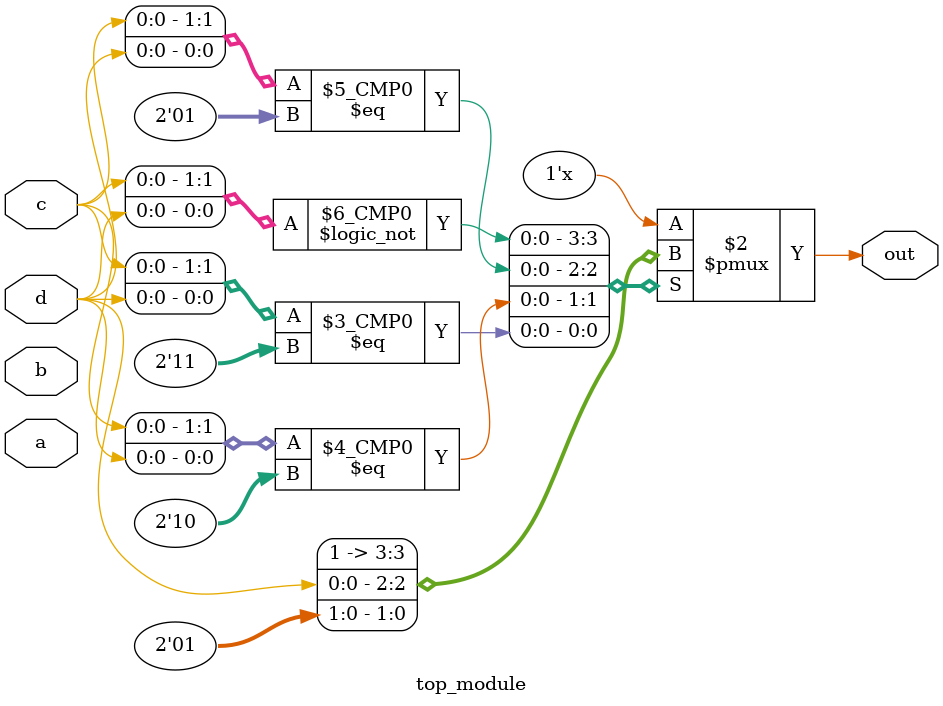
<source format=sv>
module top_module (
	input a, 
	input b,
	input c,
	input d,
	output reg out
);

always@(a, b, c, d) begin
    case ({c, d})
        2'b00: out = 1'b1;
        2'b01: out = d;
        2'b10: out = 1'b0;
        2'b11: out = 1'b1;
    endcase
end

endmodule

</source>
